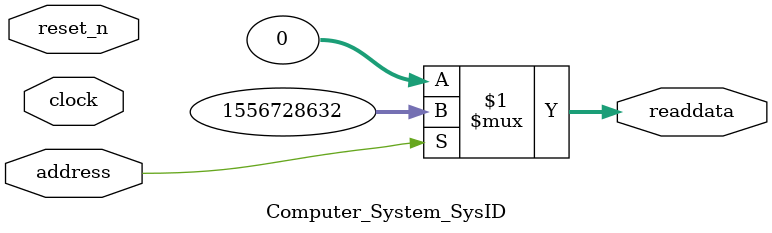
<source format=v>



// synthesis translate_off
`timescale 1ns / 1ps
// synthesis translate_on

// turn off superfluous verilog processor warnings 
// altera message_level Level1 
// altera message_off 10034 10035 10036 10037 10230 10240 10030 

module Computer_System_SysID (
               // inputs:
                address,
                clock,
                reset_n,

               // outputs:
                readdata
             )
;

  output  [ 31: 0] readdata;
  input            address;
  input            clock;
  input            reset_n;

  wire    [ 31: 0] readdata;
  //control_slave, which is an e_avalon_slave
  assign readdata = address ? 1556728632 : 0;

endmodule



</source>
